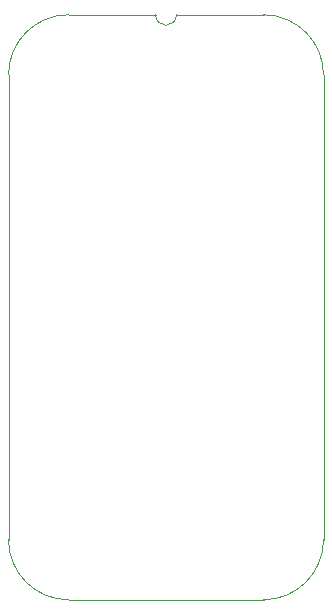
<source format=gm1>
%TF.GenerationSoftware,KiCad,Pcbnew,9.0.2*%
%TF.CreationDate,2025-06-26T09:46:03+02:00*%
%TF.ProjectId,HCP65 MPU NMI,48435036-3520-44d5-9055-204e4d492e6b,V1*%
%TF.SameCoordinates,Original*%
%TF.FileFunction,Profile,NP*%
%FSLAX46Y46*%
G04 Gerber Fmt 4.6, Leading zero omitted, Abs format (unit mm)*
G04 Created by KiCad (PCBNEW 9.0.2) date 2025-06-26 09:46:03*
%MOMM*%
%LPD*%
G01*
G04 APERTURE LIST*
%TA.AperFunction,Profile*%
%ADD10C,0.100000*%
%TD*%
G04 APERTURE END LIST*
D10*
%TO.C,J2*%
X-1905000Y635000D02*
X-1905000Y-38735000D01*
X10541000Y5715000D02*
X3175000Y5715000D01*
X19685000Y5715000D02*
X12319000Y5715000D01*
X19685000Y-43815000D02*
X3175000Y-43815000D01*
X24765000Y-38735000D02*
X24765000Y635000D01*
X-1905000Y635000D02*
G75*
G02*
X3175000Y5715000I5080002J-2D01*
G01*
X3175000Y-43815000D02*
G75*
G02*
X-1905000Y-38735000I0J5080000D01*
G01*
X12319000Y5715000D02*
G75*
G02*
X10541000Y5715000I-889000J0D01*
G01*
X19685000Y5715000D02*
G75*
G02*
X24765000Y635000I0J-5080000D01*
G01*
X24765000Y-38735000D02*
G75*
G02*
X19685000Y-43815000I-5080000J0D01*
G01*
%TD*%
M02*

</source>
